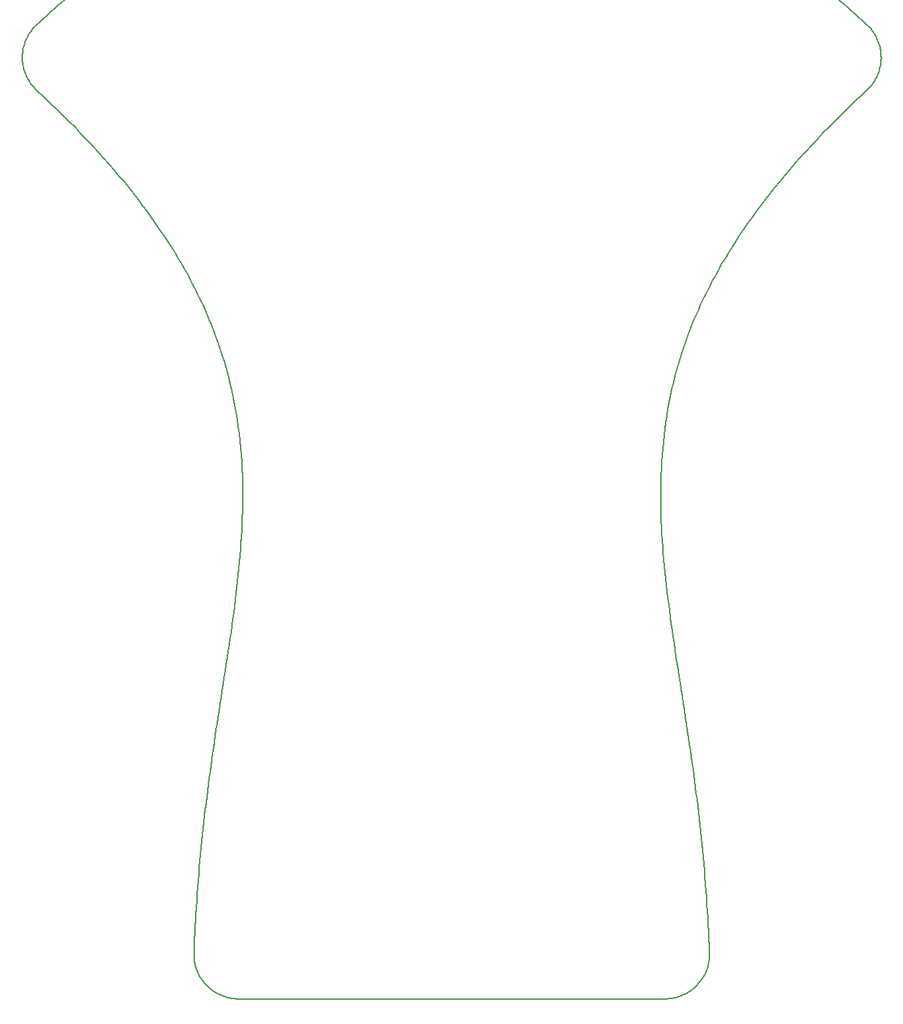
<source format=gbr>
G04 #@! TF.GenerationSoftware,KiCad,Pcbnew,(5.1.6)-1*
G04 #@! TF.CreationDate,2020-08-11T13:40:37+01:00*
G04 #@! TF.ProjectId,controller,636f6e74-726f-46c6-9c65-722e6b696361,rev?*
G04 #@! TF.SameCoordinates,Original*
G04 #@! TF.FileFunction,Profile,NP*
%FSLAX46Y46*%
G04 Gerber Fmt 4.6, Leading zero omitted, Abs format (unit mm)*
G04 Created by KiCad (PCBNEW (5.1.6)-1) date 2020-08-11 13:40:37*
%MOMM*%
%LPD*%
G01*
G04 APERTURE LIST*
G04 #@! TA.AperFunction,Profile*
%ADD10C,0.200000*%
G04 #@! TD*
G04 APERTURE END LIST*
D10*
X145686549Y-63057868D02*
X145720763Y-62831959D01*
X145720763Y-62831959D02*
X145745701Y-62604626D01*
X145745701Y-62604626D02*
X145761358Y-62376319D01*
X145761358Y-62376319D02*
X145767730Y-62147490D01*
X145767730Y-62147490D02*
X145764815Y-61918591D01*
X145764815Y-61918591D02*
X145752610Y-61690074D01*
X145752610Y-61690074D02*
X145731109Y-61462390D01*
X145731109Y-61462390D02*
X145700312Y-61235991D01*
X62255540Y-145188824D02*
X62142623Y-145934420D01*
X62142623Y-145934420D02*
X62030322Y-146682999D01*
X62030322Y-146682999D02*
X61918730Y-147434623D01*
X61918730Y-147434623D02*
X61807944Y-148189359D01*
X61807944Y-148189359D02*
X61698058Y-148947271D01*
X61698058Y-148947271D02*
X61589167Y-149708424D01*
X61589167Y-149708424D02*
X61481368Y-150472882D01*
X61481368Y-150472882D02*
X61374755Y-151240711D01*
X61374755Y-151240711D02*
X61269423Y-152011975D01*
X61269423Y-152011975D02*
X61165468Y-152786739D01*
X61165468Y-152786739D02*
X61062985Y-153565068D01*
X61062985Y-153565068D02*
X60962069Y-154347027D01*
X60962069Y-154347027D02*
X60862816Y-155132681D01*
X60862816Y-155132681D02*
X60765320Y-155922094D01*
X60765320Y-155922094D02*
X60669677Y-156715331D01*
X60669677Y-156715331D02*
X60575983Y-157512457D01*
X60575983Y-157512457D02*
X60484331Y-158313537D01*
X60484331Y-158313537D02*
X60394819Y-159118636D01*
X60394819Y-159118636D02*
X60307540Y-159927818D01*
X60307540Y-159927818D02*
X60222591Y-160741148D01*
X60222591Y-160741148D02*
X60140066Y-161558692D01*
X60140066Y-161558692D02*
X60060060Y-162380514D01*
X60060060Y-162380514D02*
X59982670Y-163206678D01*
X59982670Y-163206678D02*
X59907989Y-164037251D01*
X59907989Y-164037251D02*
X59836115Y-164872295D01*
X59836115Y-164872295D02*
X59767140Y-165711877D01*
X59767140Y-165711877D02*
X59701162Y-166556061D01*
X59701162Y-166556061D02*
X59638275Y-167404912D01*
X59638275Y-167404912D02*
X59578574Y-168258494D01*
X59578574Y-168258494D02*
X59522155Y-169116873D01*
X59522155Y-169116873D02*
X59469113Y-169980114D01*
X59469113Y-169980114D02*
X59419543Y-170848281D01*
X39356251Y-58051339D02*
G75*
G02*
X144031637Y-58051339I52337693J-54916904D01*
G01*
X59463003Y-176542790D02*
X59530561Y-176757145D01*
X59530561Y-176757145D02*
X59606786Y-176968792D01*
X59606786Y-176968792D02*
X59691491Y-177177341D01*
X59691491Y-177177341D02*
X59784492Y-177382404D01*
X59784492Y-177382404D02*
X59885601Y-177583593D01*
X59885601Y-177583593D02*
X59994634Y-177780519D01*
X59994634Y-177780519D02*
X60111406Y-177972794D01*
X60111406Y-177972794D02*
X60235731Y-178160030D01*
X59419543Y-170848281D02*
X59406402Y-171090143D01*
X59406402Y-171090143D02*
X59393521Y-171332387D01*
X59393521Y-171332387D02*
X59380898Y-171575013D01*
X59380898Y-171575013D02*
X59368535Y-171818022D01*
X59368535Y-171818022D02*
X59356434Y-172061415D01*
X59356434Y-172061415D02*
X59344594Y-172305191D01*
X59344594Y-172305191D02*
X59333017Y-172549353D01*
X59333017Y-172549353D02*
X59321704Y-172793901D01*
X59321704Y-172793901D02*
X59310656Y-173038836D01*
X59310656Y-173038836D02*
X59299873Y-173284158D01*
X59299873Y-173284158D02*
X59289356Y-173529867D01*
X59289356Y-173529867D02*
X59279107Y-173775966D01*
X59279107Y-173775966D02*
X59269127Y-174022454D01*
X59269127Y-174022454D02*
X59259416Y-174269333D01*
X59259416Y-174269333D02*
X59249974Y-174516603D01*
X59249974Y-174516603D02*
X59240805Y-174764265D01*
X123924885Y-176542790D02*
X123983687Y-176325871D01*
X123983687Y-176325871D02*
X124033731Y-176106560D01*
X124033731Y-176106560D02*
X124074964Y-175885282D01*
X124074964Y-175885282D02*
X124107331Y-175662462D01*
X124107331Y-175662462D02*
X124130780Y-175438525D01*
X124130780Y-175438525D02*
X124145257Y-175213896D01*
X124145257Y-175213896D02*
X124150709Y-174989001D01*
X124150709Y-174989001D02*
X124147083Y-174764265D01*
X39417939Y-66216946D02*
X40264668Y-67006040D01*
X40264668Y-67006040D02*
X41094945Y-67792281D01*
X41094945Y-67792281D02*
X41908874Y-68575709D01*
X41908874Y-68575709D02*
X42706561Y-69356363D01*
X42706561Y-69356363D02*
X43488112Y-70134280D01*
X43488112Y-70134280D02*
X44253633Y-70909501D01*
X44253633Y-70909501D02*
X45003229Y-71682063D01*
X45003229Y-71682063D02*
X45737007Y-72452007D01*
X45737007Y-72452007D02*
X46455072Y-73219371D01*
X46455072Y-73219371D02*
X47157531Y-73984193D01*
X47157531Y-73984193D02*
X47844487Y-74746513D01*
X47844487Y-74746513D02*
X48516049Y-75506371D01*
X48516049Y-75506371D02*
X49172321Y-76263803D01*
X49172321Y-76263803D02*
X49813409Y-77018851D01*
X49813409Y-77018851D02*
X50439420Y-77771552D01*
X50439420Y-77771552D02*
X51050458Y-78521946D01*
X51050458Y-78521946D02*
X51646630Y-79270071D01*
X51646630Y-79270071D02*
X52228041Y-80015966D01*
X52228041Y-80015966D02*
X52794798Y-80759671D01*
X52794798Y-80759671D02*
X53347006Y-81501224D01*
X53347006Y-81501224D02*
X53884771Y-82240664D01*
X53884771Y-82240664D02*
X54408198Y-82978030D01*
X54408198Y-82978030D02*
X54917394Y-83713362D01*
X54917394Y-83713362D02*
X55412464Y-84446698D01*
X55412464Y-84446698D02*
X55893515Y-85178076D01*
X55893515Y-85178076D02*
X56360651Y-85907536D01*
X56360651Y-85907536D02*
X56813979Y-86635118D01*
X56813979Y-86635118D02*
X57253605Y-87360859D01*
X57253605Y-87360859D02*
X57679634Y-88084798D01*
X57679634Y-88084798D02*
X58092172Y-88806976D01*
X58092172Y-88806976D02*
X58491326Y-89527430D01*
X58491326Y-89527430D02*
X58877200Y-90246200D01*
X121908070Y-179450288D02*
X122085182Y-179311923D01*
X122085182Y-179311923D02*
X122256719Y-179166392D01*
X122256719Y-179166392D02*
X122422382Y-179014003D01*
X122422382Y-179014003D02*
X122581874Y-178855067D01*
X122581874Y-178855067D02*
X122734896Y-178689892D01*
X122734896Y-178689892D02*
X122881149Y-178518788D01*
X122881149Y-178518788D02*
X123020335Y-178342064D01*
X123020335Y-178342064D02*
X123152157Y-178160030D01*
X118550799Y-180568242D02*
X118775518Y-180563680D01*
X118775518Y-180563680D02*
X119000066Y-180550040D01*
X119000066Y-180550040D02*
X119224018Y-180527390D01*
X119224018Y-180527390D02*
X119446952Y-180495800D01*
X119446952Y-180495800D02*
X119668445Y-180455338D01*
X119668445Y-180455338D02*
X119888074Y-180406074D01*
X119888074Y-180406074D02*
X120105417Y-180348074D01*
X120105417Y-180348074D02*
X120320050Y-180281410D01*
X61479818Y-179450288D02*
X61662400Y-179581349D01*
X61662400Y-179581349D02*
X61850294Y-179705047D01*
X61850294Y-179705047D02*
X62043118Y-179821181D01*
X62043118Y-179821181D02*
X62240490Y-179929551D01*
X62240490Y-179929551D02*
X62442030Y-180029959D01*
X62442030Y-180029959D02*
X62647355Y-180122204D01*
X62647355Y-180122204D02*
X62856085Y-180206088D01*
X62856085Y-180206088D02*
X63067838Y-180281410D01*
X65354190Y-119223991D02*
X65329556Y-120019837D01*
X65329556Y-120019837D02*
X65297695Y-120815483D01*
X65297695Y-120815483D02*
X65258866Y-121611048D01*
X65258866Y-121611048D02*
X65213323Y-122406652D01*
X65213323Y-122406652D02*
X65161325Y-123202416D01*
X65161325Y-123202416D02*
X65103128Y-123998461D01*
X65103128Y-123998461D02*
X65038989Y-124794906D01*
X65038989Y-124794906D02*
X64969164Y-125591874D01*
X64969164Y-125591874D02*
X64893911Y-126389483D01*
X64893911Y-126389483D02*
X64813486Y-127187855D01*
X64813486Y-127187855D02*
X64728146Y-127987109D01*
X64728146Y-127987109D02*
X64638148Y-128787368D01*
X64638148Y-128787368D02*
X64543750Y-129588750D01*
X64543750Y-129588750D02*
X64445206Y-130391377D01*
X64445206Y-130391377D02*
X64342776Y-131195368D01*
X64342776Y-131195368D02*
X64236715Y-132000846D01*
X64236715Y-132000846D02*
X64127279Y-132807929D01*
X64127279Y-132807929D02*
X64014727Y-133616738D01*
X64014727Y-133616738D02*
X63899315Y-134427395D01*
X63899315Y-134427395D02*
X63781299Y-135240018D01*
X63781299Y-135240018D02*
X63660937Y-136054730D01*
X63660937Y-136054730D02*
X63538485Y-136871650D01*
X63538485Y-136871650D02*
X63414201Y-137690900D01*
X63414201Y-137690900D02*
X63288340Y-138512598D01*
X63288340Y-138512598D02*
X63161160Y-139336867D01*
X63161160Y-139336867D02*
X63032918Y-140163825D01*
X63032918Y-140163825D02*
X62903871Y-140993595D01*
X62903871Y-140993595D02*
X62774274Y-141826296D01*
X62774274Y-141826296D02*
X62644386Y-142662049D01*
X62644386Y-142662049D02*
X62514463Y-143500974D01*
X62514463Y-143500974D02*
X62384762Y-144343192D01*
X62384762Y-144343192D02*
X62255540Y-145188824D01*
X122138302Y-95298900D02*
X122437237Y-94586586D01*
X122437237Y-94586586D02*
X122748557Y-93872817D01*
X122748557Y-93872817D02*
X123072389Y-93157555D01*
X123072389Y-93157555D02*
X123408857Y-92440760D01*
X123408857Y-92440760D02*
X123758089Y-91722391D01*
X123758089Y-91722391D02*
X124120210Y-91002411D01*
X124120210Y-91002411D02*
X124495346Y-90280778D01*
X124495346Y-90280778D02*
X124883623Y-89557455D01*
X124883623Y-89557455D02*
X125285168Y-88832400D01*
X125285168Y-88832400D02*
X125700106Y-88105575D01*
X125700106Y-88105575D02*
X126128564Y-87376940D01*
X126128564Y-87376940D02*
X126570668Y-86646456D01*
X126570668Y-86646456D02*
X127026543Y-85914083D01*
X127026543Y-85914083D02*
X127496316Y-85179782D01*
X127496316Y-85179782D02*
X127980112Y-84443512D01*
X127980112Y-84443512D02*
X128478059Y-83705235D01*
X128478059Y-83705235D02*
X128990281Y-82964912D01*
X128990281Y-82964912D02*
X129516906Y-82222502D01*
X129516906Y-82222502D02*
X130058058Y-81477966D01*
X130058058Y-81477966D02*
X130613865Y-80731264D01*
X130613865Y-80731264D02*
X131184451Y-79982358D01*
X131184451Y-79982358D02*
X131769944Y-79231207D01*
X131769944Y-79231207D02*
X132370470Y-78477772D01*
X132370470Y-78477772D02*
X132986153Y-77722014D01*
X132986153Y-77722014D02*
X133617121Y-76963893D01*
X133617121Y-76963893D02*
X134263499Y-76203369D01*
X134263499Y-76203369D02*
X134925414Y-75440404D01*
X134925414Y-75440404D02*
X135602992Y-74674957D01*
X135602992Y-74674957D02*
X136296358Y-73906989D01*
X136296358Y-73906989D02*
X137005639Y-73136460D01*
X137005639Y-73136460D02*
X137730961Y-72363332D01*
X137730961Y-72363332D02*
X138472450Y-71587564D01*
X120320050Y-180281410D02*
X120531802Y-180206088D01*
X120531802Y-180206088D02*
X120740532Y-180122204D01*
X120740532Y-180122204D02*
X120945857Y-180029959D01*
X120945857Y-180029959D02*
X121147397Y-179929551D01*
X121147397Y-179929551D02*
X121344769Y-179821181D01*
X121344769Y-179821181D02*
X121537593Y-179705047D01*
X121537593Y-179705047D02*
X121725487Y-179581349D01*
X121725487Y-179581349D02*
X121908070Y-179450288D01*
X118155210Y-122056872D02*
X118110681Y-121235843D01*
X118110681Y-121235843D02*
X118073652Y-120414529D01*
X118073652Y-120414529D02*
X118044463Y-119592862D01*
X118044463Y-119592862D02*
X118023454Y-118770772D01*
X118023454Y-118770772D02*
X118010966Y-117948190D01*
X118010966Y-117948190D02*
X118007338Y-117125045D01*
X118007338Y-117125045D02*
X118012911Y-116301270D01*
X118012911Y-116301270D02*
X118028026Y-115476794D01*
X118028026Y-115476794D02*
X118053024Y-114651548D01*
X118053024Y-114651548D02*
X118088243Y-113825463D01*
X118088243Y-113825463D02*
X118134026Y-112998469D01*
X118134026Y-112998469D02*
X118190711Y-112170498D01*
X118190711Y-112170498D02*
X118258640Y-111341479D01*
X118258640Y-111341479D02*
X118338154Y-110511343D01*
X118338154Y-110511343D02*
X118429591Y-109680022D01*
X118429591Y-109680022D02*
X118533294Y-108847445D01*
X118533294Y-108847445D02*
X118649601Y-108013544D01*
X118649601Y-108013544D02*
X118778854Y-107178248D01*
X118778854Y-107178248D02*
X118921393Y-106341489D01*
X118921393Y-106341489D02*
X119077559Y-105503198D01*
X119077559Y-105503198D02*
X119247691Y-104663304D01*
X119247691Y-104663304D02*
X119432130Y-103821739D01*
X119432130Y-103821739D02*
X119631217Y-102978433D01*
X119631217Y-102978433D02*
X119845292Y-102133317D01*
X119845292Y-102133317D02*
X120074695Y-101286321D01*
X120074695Y-101286321D02*
X120319767Y-100437376D01*
X120319767Y-100437376D02*
X120580847Y-99586414D01*
X120580847Y-99586414D02*
X120858278Y-98733363D01*
X120858278Y-98733363D02*
X121152398Y-97878156D01*
X121152398Y-97878156D02*
X121463548Y-97020723D01*
X121463548Y-97020723D02*
X121792069Y-96160994D01*
X121792069Y-96160994D02*
X122138302Y-95298900D01*
X37701339Y-63057868D02*
X37744850Y-63282172D01*
X37744850Y-63282172D02*
X37797579Y-63504710D01*
X37797579Y-63504710D02*
X37859378Y-63725054D01*
X37859378Y-63725054D02*
X37930099Y-63942778D01*
X37930099Y-63942778D02*
X38009593Y-64157454D01*
X38009593Y-64157454D02*
X38097711Y-64368654D01*
X38097711Y-64368654D02*
X38194305Y-64575952D01*
X38194305Y-64575952D02*
X38299226Y-64778921D01*
X121633344Y-148544940D02*
X121505377Y-147674690D01*
X121505377Y-147674690D02*
X121376138Y-146808436D01*
X121376138Y-146808436D02*
X121245879Y-145946053D01*
X121245879Y-145946053D02*
X121114852Y-145087416D01*
X121114852Y-145087416D02*
X120983307Y-144232398D01*
X120983307Y-144232398D02*
X120851497Y-143380875D01*
X120851497Y-143380875D02*
X120719672Y-142532721D01*
X120719672Y-142532721D02*
X120588085Y-141687811D01*
X120588085Y-141687811D02*
X120456988Y-140846018D01*
X120456988Y-140846018D02*
X120326630Y-140007218D01*
X120326630Y-140007218D02*
X120197265Y-139171286D01*
X120197265Y-139171286D02*
X120069143Y-138338095D01*
X120069143Y-138338095D02*
X119942516Y-137507520D01*
X119942516Y-137507520D02*
X119817636Y-136679437D01*
X119817636Y-136679437D02*
X119694754Y-135853719D01*
X119694754Y-135853719D02*
X119574122Y-135030241D01*
X119574122Y-135030241D02*
X119455991Y-134208877D01*
X119455991Y-134208877D02*
X119340613Y-133389503D01*
X119340613Y-133389503D02*
X119228239Y-132571992D01*
X119228239Y-132571992D02*
X119119121Y-131756219D01*
X119119121Y-131756219D02*
X119013510Y-130942060D01*
X119013510Y-130942060D02*
X118911658Y-130129387D01*
X118911658Y-130129387D02*
X118813816Y-129318077D01*
X118813816Y-129318077D02*
X118720236Y-128508003D01*
X118720236Y-128508003D02*
X118631170Y-127699040D01*
X118631170Y-127699040D02*
X118546868Y-126891063D01*
X118546868Y-126891063D02*
X118467583Y-126083946D01*
X118467583Y-126083946D02*
X118393566Y-125277563D01*
X118393566Y-125277563D02*
X118325069Y-124471790D01*
X118325069Y-124471790D02*
X118262343Y-123666501D01*
X118262343Y-123666501D02*
X118205639Y-122861570D01*
X118205639Y-122861570D02*
X118155210Y-122056872D01*
X59240805Y-174764265D02*
X59237178Y-174989001D01*
X59237178Y-174989001D02*
X59242630Y-175213896D01*
X59242630Y-175213896D02*
X59257107Y-175438525D01*
X59257107Y-175438525D02*
X59280556Y-175662462D01*
X59280556Y-175662462D02*
X59312923Y-175885282D01*
X59312923Y-175885282D02*
X59354156Y-176106560D01*
X59354156Y-176106560D02*
X59404200Y-176325871D01*
X59404200Y-176325871D02*
X59463003Y-176542790D01*
X39356251Y-58051339D02*
X39194128Y-58212362D01*
X39194128Y-58212362D02*
X39038611Y-58380054D01*
X39038611Y-58380054D02*
X38889970Y-58554055D01*
X38889970Y-58554055D02*
X38748477Y-58734004D01*
X38748477Y-58734004D02*
X38614401Y-58919543D01*
X38614401Y-58919543D02*
X38488014Y-59110312D01*
X38488014Y-59110312D02*
X38369587Y-59305951D01*
X38369587Y-59305951D02*
X38259391Y-59506101D01*
X138472450Y-71587564D02*
X138632794Y-71421659D01*
X138632794Y-71421659D02*
X138793871Y-71255632D01*
X138793871Y-71255632D02*
X138955681Y-71089485D01*
X138955681Y-71089485D02*
X139118226Y-70923215D01*
X139118226Y-70923215D02*
X139281505Y-70756822D01*
X139281505Y-70756822D02*
X139445519Y-70590308D01*
X139445519Y-70590308D02*
X139610269Y-70423670D01*
X139610269Y-70423670D02*
X139775755Y-70256909D01*
X139775755Y-70256909D02*
X139941979Y-70090025D01*
X139941979Y-70090025D02*
X140108940Y-69923017D01*
X140108940Y-69923017D02*
X140276639Y-69755885D01*
X140276639Y-69755885D02*
X140445077Y-69588629D01*
X140445077Y-69588629D02*
X140614255Y-69421248D01*
X140614255Y-69421248D02*
X140784173Y-69253742D01*
X140784173Y-69253742D02*
X140954831Y-69086111D01*
X140954831Y-69086111D02*
X141126231Y-68918355D01*
X141126231Y-68918355D02*
X141298373Y-68750472D01*
X141298373Y-68750472D02*
X141471258Y-68582464D01*
X141471258Y-68582464D02*
X141644885Y-68414329D01*
X141644885Y-68414329D02*
X141819256Y-68246068D01*
X141819256Y-68246068D02*
X141994372Y-68077680D01*
X141994372Y-68077680D02*
X142170233Y-67909164D01*
X142170233Y-67909164D02*
X142346839Y-67740521D01*
X142346839Y-67740521D02*
X142524191Y-67571750D01*
X142524191Y-67571750D02*
X142702291Y-67402851D01*
X142702291Y-67402851D02*
X142881137Y-67233823D01*
X142881137Y-67233823D02*
X143060732Y-67064667D01*
X143060732Y-67064667D02*
X143241076Y-66895382D01*
X143241076Y-66895382D02*
X143422168Y-66725968D01*
X143422168Y-66725968D02*
X143604011Y-66556424D01*
X143604011Y-66556424D02*
X143786604Y-66386750D01*
X143786604Y-66386750D02*
X143969949Y-66216946D01*
X38299226Y-64778921D02*
X38412433Y-64977383D01*
X38412433Y-64977383D02*
X38533802Y-65171210D01*
X38533802Y-65171210D02*
X38663057Y-65360048D01*
X38663057Y-65360048D02*
X38799920Y-65543540D01*
X38799920Y-65543540D02*
X38944116Y-65721331D01*
X38944116Y-65721331D02*
X39095369Y-65893066D01*
X39095369Y-65893066D02*
X39253402Y-66058390D01*
X39253402Y-66058390D02*
X39417939Y-66216946D01*
X123152157Y-178160030D02*
X123276481Y-177972794D01*
X123276481Y-177972794D02*
X123393253Y-177780519D01*
X123393253Y-177780519D02*
X123502286Y-177583593D01*
X123502286Y-177583593D02*
X123603396Y-177382404D01*
X123603396Y-177382404D02*
X123696396Y-177177341D01*
X123696396Y-177177341D02*
X123781101Y-176968792D01*
X123781101Y-176968792D02*
X123857326Y-176757145D01*
X123857326Y-176757145D02*
X123924885Y-176542790D01*
X145700312Y-61235991D02*
X145660194Y-61011054D01*
X145660194Y-61011054D02*
X145610833Y-60787745D01*
X145610833Y-60787745D02*
X145552370Y-60566492D01*
X145552370Y-60566492D02*
X145484947Y-60347725D01*
X145484947Y-60347725D02*
X145408706Y-60131872D01*
X145408706Y-60131872D02*
X145323789Y-59919365D01*
X145323789Y-59919365D02*
X145230339Y-59710631D01*
X145230339Y-59710631D02*
X145128497Y-59506101D01*
X143969949Y-66216946D02*
X144134485Y-66058390D01*
X144134485Y-66058390D02*
X144292518Y-65893066D01*
X144292518Y-65893066D02*
X144443771Y-65721331D01*
X144443771Y-65721331D02*
X144587967Y-65543540D01*
X144587967Y-65543540D02*
X144724830Y-65360048D01*
X144724830Y-65360048D02*
X144854085Y-65171210D01*
X144854085Y-65171210D02*
X144975454Y-64977383D01*
X144975454Y-64977383D02*
X145088662Y-64778921D01*
X124147083Y-174764265D02*
X124112697Y-173874737D01*
X124112697Y-173874737D02*
X124074630Y-172990324D01*
X124074630Y-172990324D02*
X124032963Y-172110969D01*
X124032963Y-172110969D02*
X123987780Y-171236612D01*
X123987780Y-171236612D02*
X123939164Y-170367193D01*
X123939164Y-170367193D02*
X123887199Y-169502656D01*
X123887199Y-169502656D02*
X123831968Y-168642939D01*
X123831968Y-168642939D02*
X123773554Y-167787986D01*
X123773554Y-167787986D02*
X123712041Y-166937736D01*
X123712041Y-166937736D02*
X123647511Y-166092131D01*
X123647511Y-166092131D02*
X123580048Y-165251113D01*
X123580048Y-165251113D02*
X123509736Y-164414622D01*
X123509736Y-164414622D02*
X123436658Y-163582599D01*
X123436658Y-163582599D02*
X123360896Y-162754986D01*
X123360896Y-162754986D02*
X123282535Y-161931724D01*
X123282535Y-161931724D02*
X123201657Y-161112754D01*
X123201657Y-161112754D02*
X123118346Y-160298017D01*
X123118346Y-160298017D02*
X123032685Y-159487455D01*
X123032685Y-159487455D02*
X122944758Y-158681008D01*
X122944758Y-158681008D02*
X122854647Y-157878617D01*
X122854647Y-157878617D02*
X122762437Y-157080225D01*
X122762437Y-157080225D02*
X122668209Y-156285771D01*
X122668209Y-156285771D02*
X122572049Y-155495198D01*
X122572049Y-155495198D02*
X122474038Y-154708446D01*
X122474038Y-154708446D02*
X122374260Y-153925457D01*
X122374260Y-153925457D02*
X122272799Y-153146171D01*
X122272799Y-153146171D02*
X122169738Y-152370530D01*
X122169738Y-152370530D02*
X122065160Y-151598475D01*
X122065160Y-151598475D02*
X121959148Y-150829948D01*
X121959148Y-150829948D02*
X121851786Y-150064888D01*
X121851786Y-150064888D02*
X121743156Y-149303239D01*
X121743156Y-149303239D02*
X121633344Y-148544940D01*
X145128497Y-59506101D02*
X145018300Y-59305951D01*
X145018300Y-59305951D02*
X144899873Y-59110312D01*
X144899873Y-59110312D02*
X144773486Y-58919543D01*
X144773486Y-58919543D02*
X144639410Y-58734004D01*
X144639410Y-58734004D02*
X144497917Y-58554055D01*
X144497917Y-58554055D02*
X144349276Y-58380054D01*
X144349276Y-58380054D02*
X144193759Y-58212362D01*
X144193759Y-58212362D02*
X144031637Y-58051339D01*
X38259391Y-59506101D02*
X38157548Y-59710631D01*
X38157548Y-59710631D02*
X38064098Y-59919365D01*
X38064098Y-59919365D02*
X37979181Y-60131872D01*
X37979181Y-60131872D02*
X37902940Y-60347725D01*
X37902940Y-60347725D02*
X37835517Y-60566492D01*
X37835517Y-60566492D02*
X37777054Y-60787745D01*
X37777054Y-60787745D02*
X37727693Y-61011054D01*
X37727693Y-61011054D02*
X37687576Y-61235991D01*
X37687576Y-61235991D02*
X37656778Y-61462390D01*
X37656778Y-61462390D02*
X37635277Y-61690074D01*
X37635277Y-61690074D02*
X37623072Y-61918591D01*
X37623072Y-61918591D02*
X37620157Y-62147490D01*
X37620157Y-62147490D02*
X37626529Y-62376319D01*
X37626529Y-62376319D02*
X37642186Y-62604626D01*
X37642186Y-62604626D02*
X37667124Y-62831959D01*
X37667124Y-62831959D02*
X37701339Y-63057868D01*
X64837089Y-180568242D02*
X118550799Y-180568242D01*
X63067838Y-180281410D02*
X63282470Y-180348074D01*
X63282470Y-180348074D02*
X63499813Y-180406074D01*
X63499813Y-180406074D02*
X63719442Y-180455338D01*
X63719442Y-180455338D02*
X63940935Y-180495800D01*
X63940935Y-180495800D02*
X64163869Y-180527390D01*
X64163869Y-180527390D02*
X64387821Y-180550040D01*
X64387821Y-180550040D02*
X64612369Y-180563680D01*
X64612369Y-180563680D02*
X64837089Y-180568242D01*
X145088662Y-64778921D02*
X145193582Y-64575952D01*
X145193582Y-64575952D02*
X145290176Y-64368654D01*
X145290176Y-64368654D02*
X145378294Y-64157454D01*
X145378294Y-64157454D02*
X145457788Y-63942778D01*
X145457788Y-63942778D02*
X145528509Y-63725054D01*
X145528509Y-63725054D02*
X145590308Y-63504710D01*
X145590308Y-63504710D02*
X145643037Y-63282172D01*
X145643037Y-63282172D02*
X145686549Y-63057868D01*
X60235731Y-178160030D02*
X60367552Y-178342064D01*
X60367552Y-178342064D02*
X60506738Y-178518788D01*
X60506738Y-178518788D02*
X60652991Y-178689892D01*
X60652991Y-178689892D02*
X60806013Y-178855067D01*
X60806013Y-178855067D02*
X60965505Y-179014003D01*
X60965505Y-179014003D02*
X61131168Y-179166392D01*
X61131168Y-179166392D02*
X61302705Y-179311923D01*
X61302705Y-179311923D02*
X61479818Y-179450288D01*
X58877200Y-90246200D02*
X59363340Y-91186366D01*
X59363340Y-91186366D02*
X59827105Y-92123562D01*
X59827105Y-92123562D02*
X60268902Y-93057862D01*
X60268902Y-93057862D02*
X60689138Y-93989339D01*
X60689138Y-93989339D02*
X61088220Y-94918068D01*
X61088220Y-94918068D02*
X61466555Y-95844122D01*
X61466555Y-95844122D02*
X61824550Y-96767574D01*
X61824550Y-96767574D02*
X62162611Y-97688498D01*
X62162611Y-97688498D02*
X62481146Y-98606969D01*
X62481146Y-98606969D02*
X62780562Y-99523059D01*
X62780562Y-99523059D02*
X63061265Y-100436842D01*
X63061265Y-100436842D02*
X63323663Y-101348392D01*
X63323663Y-101348392D02*
X63568162Y-102257784D01*
X63568162Y-102257784D02*
X63795170Y-103165090D01*
X63795170Y-103165090D02*
X64005093Y-104070384D01*
X64005093Y-104070384D02*
X64198339Y-104973739D01*
X64198339Y-104973739D02*
X64375314Y-105875231D01*
X64375314Y-105875231D02*
X64536425Y-106774932D01*
X64536425Y-106774932D02*
X64682080Y-107672915D01*
X64682080Y-107672915D02*
X64812684Y-108569256D01*
X64812684Y-108569256D02*
X64928646Y-109464027D01*
X64928646Y-109464027D02*
X65030372Y-110357301D01*
X65030372Y-110357301D02*
X65118269Y-111249154D01*
X65118269Y-111249154D02*
X65192744Y-112139658D01*
X65192744Y-112139658D02*
X65254205Y-113028888D01*
X65254205Y-113028888D02*
X65303057Y-113916916D01*
X65303057Y-113916916D02*
X65339708Y-114803817D01*
X65339708Y-114803817D02*
X65364564Y-115689664D01*
X65364564Y-115689664D02*
X65378034Y-116574532D01*
X65378034Y-116574532D02*
X65380524Y-117458493D01*
X65380524Y-117458493D02*
X65372440Y-118341621D01*
X65372440Y-118341621D02*
X65354190Y-119223991D01*
M02*

</source>
